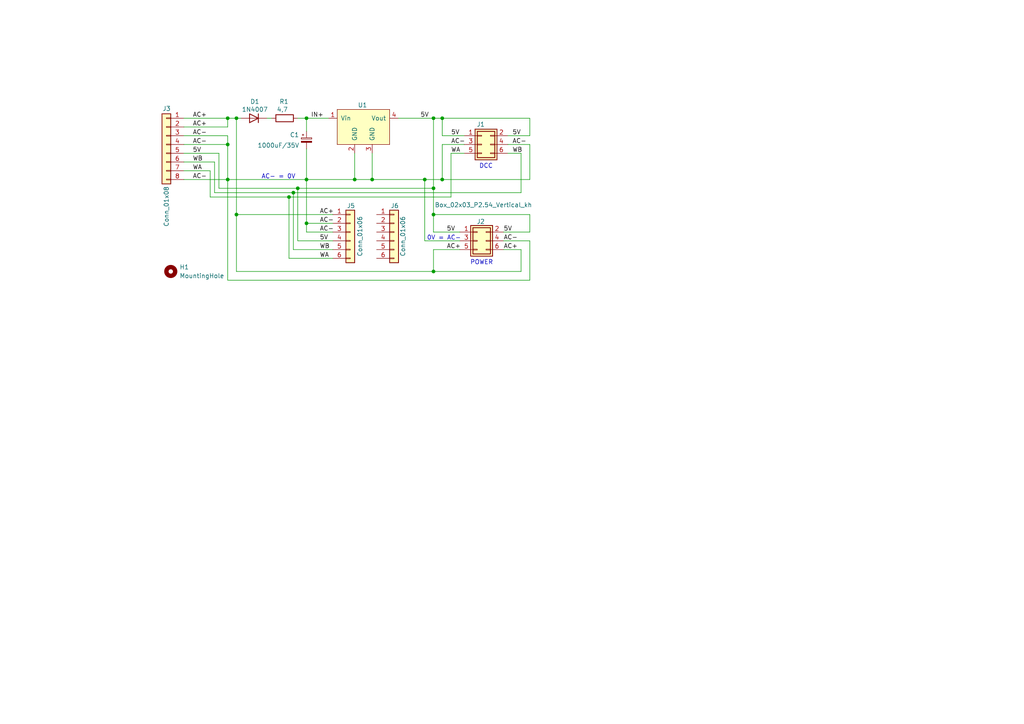
<source format=kicad_sch>
(kicad_sch (version 20231120) (generator "eeschema") (generator_version "8.0")
  (paper "A4")
  (title_block (date "2024-11-15"))
  (lib_symbols
    (symbol "Connector_Generic:Conn_01x06" (pin_names (offset 1.016) hide)
      (property "Reference" "J" (at 0 7.62 0))
      (property "Value" "Conn_01x06" (at 0 -10.16 0))
      (symbol "Conn_01x06_1_1"
        (rectangle (start -1.27 -7.493) (end 0 -7.747) (stroke (width 0.1524)))
        (rectangle (start -1.27 -4.953) (end 0 -5.207) (stroke (width 0.1524)))
        (rectangle (start -1.27 -2.413) (end 0 -2.667) (stroke (width 0.1524)))
        (rectangle (start -1.27 0.127) (end 0 -0.127) (stroke (width 0.1524)))
        (rectangle (start -1.27 2.667) (end 0 2.413) (stroke (width 0.1524)))
        (rectangle (start -1.27 5.207) (end 0 4.953) (stroke (width 0.1524)))
        (rectangle (start -1.27 6.35) (end 1.27 -8.89) (stroke (width 0.254)) (fill (type background)))
        (pin passive line (at -5.08 5.08 0) (length 3.81) (name "Pin_1") (number "1"))
        (pin passive line (at -5.08 2.54 0) (length 3.81) (name "Pin_2") (number "2"))
        (pin passive line (at -5.08 0 0) (length 3.81) (name "Pin_3") (number "3"))
        (pin passive line (at -5.08 -2.54 0) (length 3.81) (name "Pin_4") (number "4"))
        (pin passive line (at -5.08 -5.08 0) (length 3.81) (name "Pin_5") (number "5"))
        (pin passive line (at -5.08 -7.62 0) (length 3.81) (name "Pin_6") (number "6"))
      )
    )
    (symbol "Connector_Generic:Conn_01x08" (pin_names (offset 1.016) hide)
      (property "Reference" "J" (at 0 10.16 0))
      (property "Value" "Conn_01x08" (at 0 -12.7 0))
      (symbol "Conn_01x08_1_1"
        (rectangle (start -1.27 -10.033) (end 0 -10.287) (stroke (width 0.1524)))
        (rectangle (start -1.27 -7.493) (end 0 -7.747) (stroke (width 0.1524)))
        (rectangle (start -1.27 -4.953) (end 0 -5.207) (stroke (width 0.1524)))
        (rectangle (start -1.27 -2.413) (end 0 -2.667) (stroke (width 0.1524)))
        (rectangle (start -1.27 0.127) (end 0 -0.127) (stroke (width 0.1524)))
        (rectangle (start -1.27 2.667) (end 0 2.413) (stroke (width 0.1524)))
        (rectangle (start -1.27 5.207) (end 0 4.953) (stroke (width 0.1524)))
        (rectangle (start -1.27 7.747) (end 0 7.493) (stroke (width 0.1524)))
        (rectangle (start -1.27 8.89) (end 1.27 -11.43) (stroke (width 0.254)) (fill (type background)))
        (pin passive line (at -5.08 7.62 0) (length 3.81) (name "Pin_1") (number "1"))
        (pin passive line (at -5.08 5.08 0) (length 3.81) (name "Pin_2") (number "2"))
        (pin passive line (at -5.08 2.54 0) (length 3.81) (name "Pin_3") (number "3"))
        (pin passive line (at -5.08 0 0) (length 3.81) (name "Pin_4") (number "4"))
        (pin passive line (at -5.08 -2.54 0) (length 3.81) (name "Pin_5") (number "5"))
        (pin passive line (at -5.08 -5.08 0) (length 3.81) (name "Pin_6") (number "6"))
        (pin passive line (at -5.08 -7.62 0) (length 3.81) (name "Pin_7") (number "7"))
        (pin passive line (at -5.08 -10.16 0) (length 3.81) (name "Pin_8") (number "8"))
      )
    )
    (symbol "Device:R" (pin_numbers hide) (pin_names (offset 0))
      (property "Reference" "R" (at 2.032 0 90))
      (property "Value" "R" (at 0 0 90))
      (symbol "R_0_1"
        (rectangle (start -1.016 -2.54) (end 1.016 2.54) (stroke (width 0.254)))
      )
      (symbol "R_1_1"
        (pin passive line (at 0 3.81 270) (length 1.27) (name "~") (number "1"))
        (pin passive line (at 0 -3.81 90) (length 1.27) (name "~") (number "2"))
      )
    )
    (symbol "Diode:1N4007" (pin_numbers hide) (pin_names hide)
      (property "Reference" "D" (at 0 2.54 0))
      (property "Value" "1N4007" (at 0 -2.54 0))
      (symbol "1N4007_0_1"
        (polyline (pts (xy -1.27 1.27) (xy -1.27 -1.27)) (stroke (width 0.254)))
        (polyline (pts (xy 1.27 0) (xy -1.27 0)))
        (polyline (pts (xy 1.27 1.27) (xy 1.27 -1.27) (xy -1.27 0) (xy 1.27 1.27)) (stroke (width 0.254)))
      )
      (symbol "1N4007_1_1"
        (pin passive line (at -3.81 0 0) (length 2.54) (name "K") (number "1"))
        (pin passive line (at 3.81 0 180) (length 2.54) (name "A") (number "2"))
      )
    )
    (symbol "_kh_library:Box_02x03_P2.54_Vertical" (pin_names (offset 1.016) hide)
      (property "Reference" "J" (at 1.27 5.588 0))
      (property "Value" "Box_02x03_P2.54_Vertical" (at 1.27 -6.35 0))
      (symbol "Box_02x03_P2.54_Vertical_1_1"
        (rectangle (start -1.905 4.445) (end 4.445 -4.445) (stroke (width 0.254)) (fill (type background)))
        (rectangle (start -1.27 -2.413) (end 0 -2.667) (stroke (width 0.1524)))
        (rectangle (start -1.27 0.127) (end 0 -0.127) (stroke (width 0.1524)))
        (rectangle (start -1.27 2.667) (end 0 2.413) (stroke (width 0.1524)))
        (rectangle (start -1.27 3.81) (end 3.81 -3.81) (stroke (width 0.254)) (fill (type background)))
        (rectangle (start 3.81 -2.413) (end 2.54 -2.667) (stroke (width 0.1524)))
        (rectangle (start 3.81 0.127) (end 2.54 -0.127) (stroke (width 0.1524)))
        (rectangle (start 3.81 2.667) (end 2.54 2.413) (stroke (width 0.1524)))
        (pin passive line (at -5.08 2.54 0) (length 3.81) (name "Pin_1") (number "1"))
        (pin passive line (at 7.62 2.54 180) (length 3.81) (name "Pin_2") (number "2"))
        (pin passive line (at -5.08 0 0) (length 3.81) (name "Pin_3") (number "3"))
        (pin passive line (at 7.62 0 180) (length 3.81) (name "Pin_4") (number "4"))
        (pin passive line (at -5.08 -2.54 0) (length 3.81) (name "Pin_5") (number "5"))
        (pin passive line (at 7.62 -2.54 180) (length 3.81) (name "Pin_6") (number "6"))
      )
    )
    (symbol "_kh_library:C_Polarized_Small" (pin_numbers hide) (pin_names (offset 0.254) hide)
      (property "Reference" "C" (at 0.254 1.778 0))
      (property "Value" "C_Polarized_Small" (at 0.254 -2.032 0))
      (symbol "C_Polarized_Small_0_1"
        (rectangle (start -1.524 -0.3048) (end 1.524 -0.6858) (fill (type outline)))
        (rectangle (start -1.524 0.6858) (end 1.524 0.3048))
        (polyline (pts (xy -1.27 1.524) (xy -0.762 1.524)))
        (polyline (pts (xy -1.016 1.27) (xy -1.016 1.778)))
      )
      (symbol "C_Polarized_Small_1_1"
        (pin passive line (at 0 2.54 270) (length 1.8542) (name "~") (number "1"))
        (pin passive line (at 0 -2.54 90) (length 1.8542) (name "~") (number "2"))
      )
    )
    (symbol "_kh_library:DCDC_StepDown_LM2596" (pin_names (offset 1.016))
      (property "Reference" "U" (at -5.08 6.35 0))
      (property "Value" "DCDC_StepDown_LM2596" (at 0 11.43 0))
      (symbol "DCDC_StepDown_LM2596_0_1"
        (rectangle (start -7.62 5.08) (end 7.62 -5.08) (fill (type background)))
      )
      (symbol "DCDC_StepDown_LM2596_1_1"
        (pin power_in line (at -10.16 2.54 0) (length 2.54) (name "Vin") (number "1"))
        (pin power_in line (at -2.54 -7.62 90) (length 2.54) (name "GND") (number "2"))
        (pin power_in line (at 2.54 -7.62 90) (length 2.54) (name "GND") (number "3"))
        (pin power_out line (at 10.16 2.54 180) (length 2.54) (name "Vout") (number "4"))
      )
    )
    (symbol "_kh_library:MountingHole" (pin_names (offset 1.016)) (exclude_from_sim yes) (in_bom no)
      (property "Reference" "H" (at 0 5.08 0))
      (property "Value" "MountingHole" (at 0 3.175 0))
      (symbol "MountingHole_0_1"
        (circle (center 0 0) (radius 1.27) (stroke (width 1.27)))
      )
    )
  )
  (junction (at 83.82 57.15))
  (junction (at 125.73 54.61))
  (junction (at 88.9 52.07))
  (junction (at 88.9 34.29))
  (junction (at 123.19 52.07))
  (junction (at 102.87 52.07))
  (junction (at 125.73 62.23))
  (junction (at 68.58 62.23))
  (junction (at 68.58 34.29))
  (junction (at 66.04 52.07))
  (junction (at 66.04 41.91))
  (junction (at 125.73 78.74))
  (junction (at 66.04 34.29))
  (junction (at 107.95 52.07))
  (junction (at 128.27 34.29))
  (junction (at 128.27 52.07))
  (junction (at 85.09 55.88))
  (junction (at 86.36 54.61))
  (junction (at 88.9 64.77))
  (junction (at 125.73 34.29))
  (wire (pts (xy 125.73 54.61) (xy 125.73 62.23)))
  (wire (pts (xy 62.23 46.99) (xy 62.23 55.88)))
  (wire (pts (xy 107.95 52.07) (xy 123.19 52.07)))
  (wire (pts (xy 153.67 52.07) (xy 153.67 41.91)))
  (wire (pts (xy 53.34 39.37) (xy 66.04 39.37)))
  (wire (pts (xy 85.09 55.88) (xy 151.13 55.88)))
  (wire (pts (xy 125.73 62.23) (xy 125.73 67.31)))
  (wire (pts (xy 88.9 64.77) (xy 96.52 64.77)))
  (wire (pts (xy 83.82 57.15) (xy 130.81 57.15)))
  (wire (pts (xy 68.58 62.23) (xy 96.52 62.23)))
  (wire (pts (xy 123.19 69.85) (xy 133.35 69.85)))
  (wire (pts (xy 128.27 34.29) (xy 153.67 34.29)))
  (wire (pts (xy 153.67 41.91) (xy 147.32 41.91)))
  (wire (pts (xy 86.36 54.61) (xy 125.73 54.61)))
  (wire (pts (xy 66.04 39.37) (xy 66.04 41.91)))
  (wire (pts (xy 102.87 44.45) (xy 102.87 52.07)))
  (wire (pts (xy 125.73 34.29) (xy 128.27 34.29)))
  (wire (pts (xy 123.19 69.85) (xy 123.19 52.07)))
  (wire (pts (xy 125.73 78.74) (xy 68.58 78.74)))
  (wire (pts (xy 66.04 41.91) (xy 66.04 52.07)))
  (wire (pts (xy 125.73 78.74) (xy 151.13 78.74)))
  (wire (pts (xy 86.36 54.61) (xy 86.36 69.85)))
  (wire (pts (xy 123.19 52.07) (xy 128.27 52.07)))
  (wire (pts (xy 153.67 69.85) (xy 153.67 81.28)))
  (wire (pts (xy 128.27 41.91) (xy 128.27 52.07)))
  (wire (pts (xy 88.9 52.07) (xy 88.9 64.77)))
  (wire (pts (xy 128.27 39.37) (xy 128.27 34.29)))
  (wire (pts (xy 66.04 36.83) (xy 66.04 34.29)))
  (wire (pts (xy 125.73 34.29) (xy 125.73 54.61)))
  (wire (pts (xy 128.27 52.07) (xy 153.67 52.07)))
  (wire (pts (xy 63.5 54.61) (xy 86.36 54.61)))
  (wire (pts (xy 88.9 64.77) (xy 88.9 67.31)))
  (wire (pts (xy 153.67 67.31) (xy 153.67 62.23)))
  (wire (pts (xy 62.23 55.88) (xy 85.09 55.88)))
  (wire (pts (xy 53.34 41.91) (xy 66.04 41.91)))
  (wire (pts (xy 88.9 52.07) (xy 102.87 52.07)))
  (wire (pts (xy 53.34 34.29) (xy 66.04 34.29)))
  (wire (pts (xy 147.32 39.37) (xy 153.67 39.37)))
  (wire (pts (xy 153.67 81.28) (xy 66.04 81.28)))
  (wire (pts (xy 115.57 34.29) (xy 125.73 34.29)))
  (wire (pts (xy 125.73 72.39) (xy 133.35 72.39)))
  (wire (pts (xy 146.05 72.39) (xy 151.13 72.39)))
  (wire (pts (xy 107.95 44.45) (xy 107.95 52.07)))
  (wire (pts (xy 68.58 34.29) (xy 69.85 34.29)))
  (wire (pts (xy 85.09 72.39) (xy 96.52 72.39)))
  (wire (pts (xy 88.9 43.18) (xy 88.9 52.07)))
  (wire (pts (xy 146.05 69.85) (xy 153.67 69.85)))
  (wire (pts (xy 83.82 74.93) (xy 96.52 74.93)))
  (wire (pts (xy 53.34 52.07) (xy 66.04 52.07)))
  (wire (pts (xy 63.5 44.45) (xy 63.5 54.61)))
  (wire (pts (xy 86.36 69.85) (xy 96.52 69.85)))
  (wire (pts (xy 151.13 55.88) (xy 151.13 44.45)))
  (wire (pts (xy 60.96 49.53) (xy 53.34 49.53)))
  (wire (pts (xy 125.73 78.74) (xy 125.73 72.39)))
  (wire (pts (xy 128.27 41.91) (xy 134.62 41.91)))
  (wire (pts (xy 88.9 34.29) (xy 88.9 38.1)))
  (wire (pts (xy 60.96 57.15) (xy 83.82 57.15)))
  (wire (pts (xy 134.62 39.37) (xy 128.27 39.37)))
  (wire (pts (xy 83.82 57.15) (xy 83.82 74.93)))
  (wire (pts (xy 125.73 62.23) (xy 153.67 62.23)))
  (wire (pts (xy 77.47 34.29) (xy 78.74 34.29)))
  (wire (pts (xy 125.73 67.31) (xy 133.35 67.31)))
  (wire (pts (xy 53.34 36.83) (xy 66.04 36.83)))
  (wire (pts (xy 53.34 44.45) (xy 63.5 44.45)))
  (wire (pts (xy 151.13 72.39) (xy 151.13 78.74)))
  (wire (pts (xy 85.09 55.88) (xy 85.09 72.39)))
  (wire (pts (xy 88.9 34.29) (xy 95.25 34.29)))
  (wire (pts (xy 102.87 52.07) (xy 107.95 52.07)))
  (wire (pts (xy 151.13 44.45) (xy 147.32 44.45)))
  (wire (pts (xy 68.58 78.74) (xy 68.58 62.23)))
  (wire (pts (xy 153.67 34.29) (xy 153.67 39.37)))
  (wire (pts (xy 66.04 52.07) (xy 66.04 81.28)))
  (wire (pts (xy 66.04 52.07) (xy 88.9 52.07)))
  (wire (pts (xy 146.05 67.31) (xy 153.67 67.31)))
  (wire (pts (xy 130.81 44.45) (xy 134.62 44.45)))
  (wire (pts (xy 68.58 62.23) (xy 68.58 34.29)))
  (wire (pts (xy 86.36 34.29) (xy 88.9 34.29)))
  (wire (pts (xy 53.34 46.99) (xy 62.23 46.99)))
  (wire (pts (xy 130.81 57.15) (xy 130.81 44.45)))
  (wire (pts (xy 88.9 67.31) (xy 96.52 67.31)))
  (wire (pts (xy 60.96 57.15) (xy 60.96 49.53)))
  (wire (pts (xy 66.04 34.29) (xy 68.58 34.29)))
  (text "AC- = 0V" (at 80.772 51.308 0) (effects (font (size 1.27 1.27))))
  (text "POWER" (at 139.7 76.2 0) (effects (font (size 1.27 1.27))))
  (text "0V = AC-" (at 128.778 69.088 0) (effects (font (size 1.27 1.27))))
  (text "DCC" (at 140.97 48.26 0) (effects (font (size 1.27 1.27))))
  (label "AC+" (at 55.88 34.29 0))
  (label "AC-" (at 148.59 41.91 0))
  (label "5V" (at 129.54 67.31 0))
  (label "5V" (at 92.71 69.85 0))
  (label "AC-" (at 92.71 64.77 0))
  (label "IN+" (at 90.17 34.29 0))
  (label "WA" (at 130.81 44.45 0))
  (label "AC-" (at 55.88 39.37 0))
  (label "AC+" (at 146.05 72.39 0))
  (label "AC-" (at 130.81 41.91 0))
  (label "AC+" (at 129.54 72.39 0))
  (label "5V" (at 146.05 67.31 0))
  (label "5V" (at 148.59 39.37 0))
  (label "AC-" (at 146.05 69.85 0))
  (label "WB" (at 148.59 44.45 0))
  (label "WB" (at 92.71 72.39 0))
  (label "5V" (at 121.92 34.29 0))
  (label "WA" (at 55.88 49.53 0))
  (label "AC+" (at 55.88 36.83 0))
  (label "AC-" (at 55.88 41.91 0))
  (label "AC+" (at 92.71 62.23 0))
  (label "AC-" (at 55.88 52.07 0))
  (label "AC-" (at 92.71 67.31 0))
  (label "5V" (at 130.81 39.37 0))
  (label "WB" (at 55.88 46.99 0))
  (label "WA" (at 92.71 74.93 0))
  (label "5V" (at 55.88 44.45 0))
  (symbol (lib_id "_kh_library:C_Polarized_Small") (at 88.9 40.64 0) (unit 1)
    (property "Reference" "C1" (at 84.074 39.116 0) (effects (justify left)))
    (property "Value" "1000uF/35V" (at 74.676 42.164 0) (effects (justify left)))
    (property "Footprint" "_kh_library:CP_Radial_L20.0mm_D10.0mm_P5.08mm_Horizontal" (effects (hide yes)))
    (property "Description" "Polarized capacitor, small symbol" (effects (hide yes)))
  )
  (symbol (lib_id "_kh_library:Box_02x03_P2.54_Vertical") (at 138.43 69.85 0) (unit 1)
    (property "Reference" "J2" (at 139.446 64.262 0))
    (property "Value" "Box_02x03_P2.54_Vertical_kh" (at 140.208 59.436 0))
    (property "Footprint" "_kh_library:Box_02x03_P2.54mm_Vertical_kh" (effects (hide yes)))
    (property "Description" "Box Header connector, double row, 02x03, odd/even pin numbering scheme" (effects (hide yes)))
  )
  (symbol (lib_id "Connector_Generic:Conn_01x06") (at 101.6 67.31 0) (unit 1)
    (property "Reference" "J5" (at 100.584 59.69 0) (effects (justify left)))
    (property "Value" "Conn_01x06" (at 104.394 74.422 90) (effects (justify left)))
    (property "Footprint" "_kh_library:PinSocket_1x06_P2.54mm_Vertical_kh" (effects (hide yes)))
    (property "Description" "Generic connector, single row, 01x06, script generated (kicad-library-utils/schlib/autogen/connector/)" (effects (hide yes)))
  )
  (symbol (lib_id "Device:R") (at 82.55 34.29 270) (unit 1)
    (property "Reference" "R1" (at 81.026 29.464 90) (effects (justify left)))
    (property "Value" "4,7" (at 80.264 31.75 90) (effects (justify left)))
    (property "Footprint" "Resistor_THT:R_Axial_Power_L25.0mm_W6.4mm_P27.94mm" (effects (hide yes)))
  )
  (symbol (lib_id "_kh_library:DCDC_StepDown_LM2596") (at 105.41 36.83 0) (unit 1)
    (property "Reference" "U1" (at 105.156 30.48 0))
    (property "Value" "DCDC_StepDown_LM2596" (effects (hide yes)))
    (property "Footprint" "_kh_library:DCDC_StepDown_LM2596_PinsOnly" (effects (hide yes)))
    (property "Description" "module : adjustable step down module 3.2V-40V to 1.25V-35V 3A" (effects (hide yes)))
  )
  (symbol (lib_id "Connector_Generic:Conn_01x06") (at 114.3 67.31 0) (unit 1)
    (property "Reference" "J6" (at 113.284 59.69 0) (effects (justify left)))
    (property "Value" "Conn_01x06" (at 116.84 74.422 90) (effects (justify left)))
    (property "Footprint" "_kh_library:PinSocket_1x06_P2.54mm_Vertical_kh" (effects (hide yes)))
    (property "Description" "Generic connector, single row, 01x06, script generated (kicad-library-utils/schlib/autogen/connector/)" (effects (hide yes)))
  )
  (symbol (lib_id "Connector_Generic:Conn_01x08") (at 48.26 41.91 0) (mirror y) (unit 1)
    (property "Reference" "J3" (at 49.53 31.496 0) (effects (justify left)))
    (property "Value" "Conn_01x08" (at 48.26 65.786 90) (effects (justify left)))
    (property "Footprint" "_kh_library:PinSocket_1x08_P2.54mm_Vertical_kh" (effects (hide yes)))
    (property "Description" "Generic connector, single row, 01x08, script generated (kicad-library-utils/schlib/autogen/connector/)" (effects (hide yes)))
  )
  (symbol (lib_id "Diode:1N4007") (at 73.66 34.29 180) (unit 1)
    (property "Reference" "D1" (at 73.914 29.464 0))
    (property "Value" "1N4007" (at 73.914 31.75 0))
    (property "Footprint" "_kh_library:D_DO-41_SOD81_P3.81mm_Vertical_AnodeUp_kh" (effects (hide yes)))
    (property "Datasheet" "http://www.vishay.com/docs/88503/1n4001.pdf" (effects (hide yes)))
    (property "Description" "1000V 1A General Purpose Rectifier Diode, DO-41" (effects (hide yes)))
    (property "Sim.Device" "D" (effects (hide yes)))
    (property "Sim.Pins" "1=K 2=A" (effects (hide yes)))
  )
  (symbol (lib_id "_kh_library:MountingHole") (at 49.53 78.74 0) (unit 1) (exclude_from_sim yes) (in_bom no)
    (property "Reference" "H1" (at 52.07 77.4699 0) (effects (justify left)))
    (property "Value" "MountingHole" (at 52.07 80.0099 0) (effects (justify left)))
    (property "Footprint" "_kh_library:MountingHole_2.7mm_M2.5_DIN965_Pad_TopBottom" (effects (hide yes)))
    (property "Description" "Mounting Hole without connection" (effects (hide yes)))
  )
  (symbol (lib_id "_kh_library:Box_02x03_P2.54_Vertical") (at 139.7 41.91 0) (unit 1)
    (property "Reference" "J1" (at 139.446 36.068 0))
    (property "Value" "Box_02x03_P2.54_Vertical" (effects (hide yes)))
    (property "Footprint" "_kh_library:Box_02x03_P2.54mm_Vertical_kh" (effects (hide yes)))
    (property "Description" "Box Header connector, double row, 02x03, odd/even pin numbering scheme" (effects (hide yes)))
  )
)
</source>
